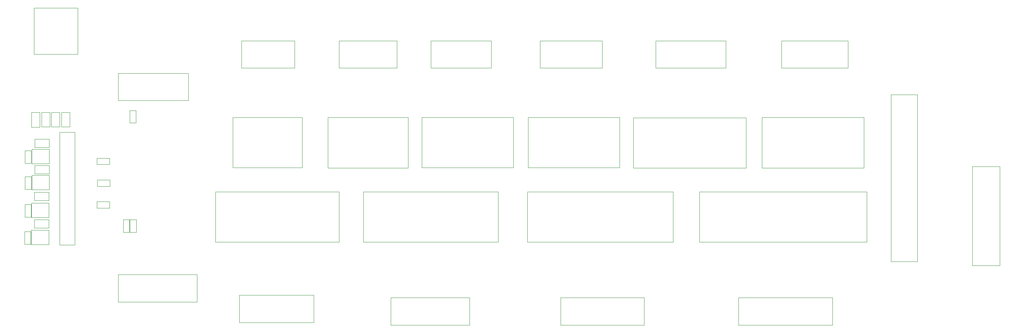
<source format=gbr>
G04 #@! TF.GenerationSoftware,KiCad,Pcbnew,8.0.3*
G04 #@! TF.CreationDate,2025-06-28T13:49:23+03:00*
G04 #@! TF.ProjectId,Camera_Expansion_Board_V2.0,43616d65-7261-45f4-9578-70616e73696f,rev?*
G04 #@! TF.SameCoordinates,Original*
G04 #@! TF.FileFunction,Other,User*
%FSLAX46Y46*%
G04 Gerber Fmt 4.6, Leading zero omitted, Abs format (unit mm)*
G04 Created by KiCad (PCBNEW 8.0.3) date 2025-06-28 13:49:23*
%MOMM*%
%LPD*%
G01*
G04 APERTURE LIST*
%ADD10C,0.050000*%
G04 APERTURE END LIST*
D10*
X32286250Y-100478750D02*
X35686250Y-100478750D01*
X32286250Y-102438750D02*
X32286250Y-100478750D01*
X35686250Y-100478750D02*
X35686250Y-102438750D01*
X35686250Y-102438750D02*
X32286250Y-102438750D01*
X31716250Y-83948750D02*
X31716250Y-87348750D01*
X31716250Y-87348750D02*
X35816250Y-87348750D01*
X35816250Y-83948750D02*
X31716250Y-83948750D01*
X35816250Y-87348750D02*
X35816250Y-83948750D01*
X47003750Y-86086250D02*
X49963750Y-86086250D01*
X47003750Y-87546250D02*
X47003750Y-86086250D01*
X49963750Y-86086250D02*
X49963750Y-87546250D01*
X49963750Y-87546250D02*
X47003750Y-87546250D01*
X172603750Y-76556250D02*
X172603750Y-88356250D01*
X172603750Y-88356250D02*
X199003750Y-88356250D01*
X199003750Y-76556250D02*
X172603750Y-76556250D01*
X199003750Y-88356250D02*
X199003750Y-76556250D01*
X197273750Y-118796250D02*
X219273750Y-118796250D01*
X219273750Y-125171250D01*
X197273750Y-125171250D01*
X197273750Y-118796250D01*
X32248750Y-50871250D02*
X32248750Y-61671250D01*
X32248750Y-61671250D02*
X42478750Y-61671250D01*
X42478750Y-50871250D02*
X32248750Y-50871250D01*
X42478750Y-61671250D02*
X42478750Y-50871250D01*
X109410000Y-93908750D02*
X109410000Y-105708750D01*
X109410000Y-105708750D02*
X140910000Y-105708750D01*
X140910000Y-93908750D02*
X109410000Y-93908750D01*
X140910000Y-105708750D02*
X140910000Y-93908750D01*
X33976250Y-75318750D02*
X35936250Y-75318750D01*
X33976250Y-78718750D02*
X33976250Y-75318750D01*
X35936250Y-75318750D02*
X35936250Y-78718750D01*
X35936250Y-78718750D02*
X33976250Y-78718750D01*
X31636250Y-96578750D02*
X31636250Y-99978750D01*
X31636250Y-99978750D02*
X35736250Y-99978750D01*
X35736250Y-96578750D02*
X31636250Y-96578750D01*
X35736250Y-99978750D02*
X35736250Y-96578750D01*
X46973750Y-96266250D02*
X49933750Y-96266250D01*
X46973750Y-97726250D02*
X46973750Y-96266250D01*
X49933750Y-96266250D02*
X49933750Y-97726250D01*
X49933750Y-97726250D02*
X46973750Y-97726250D01*
X188100000Y-93908750D02*
X188100000Y-105708750D01*
X188100000Y-105708750D02*
X227300000Y-105708750D01*
X227300000Y-93908750D02*
X188100000Y-93908750D01*
X227300000Y-105708750D02*
X227300000Y-93908750D01*
X47023750Y-91196250D02*
X49983750Y-91196250D01*
X47023750Y-92656250D02*
X47023750Y-91196250D01*
X49983750Y-91196250D02*
X49983750Y-92656250D01*
X49983750Y-92656250D02*
X47023750Y-92656250D01*
X38636250Y-75328750D02*
X40596250Y-75328750D01*
X38636250Y-78728750D02*
X38636250Y-75328750D01*
X40596250Y-75328750D02*
X40596250Y-78728750D01*
X40596250Y-78728750D02*
X38636250Y-78728750D01*
X80303750Y-118196250D02*
X97803750Y-118196250D01*
X97803750Y-124571250D01*
X80303750Y-124571250D01*
X80303750Y-118196250D01*
X232988750Y-71153750D02*
X232988750Y-110303750D01*
X232988750Y-110303750D02*
X239138750Y-110303750D01*
X239138750Y-71153750D02*
X232988750Y-71153750D01*
X239138750Y-110303750D02*
X239138750Y-71153750D01*
X32386250Y-87728750D02*
X35786250Y-87728750D01*
X32386250Y-89688750D02*
X32386250Y-87728750D01*
X35786250Y-87728750D02*
X35786250Y-89688750D01*
X35786250Y-89688750D02*
X32386250Y-89688750D01*
X38246250Y-79938750D02*
X38246250Y-106388750D01*
X38246250Y-106388750D02*
X41846250Y-106388750D01*
X41846250Y-79938750D02*
X38246250Y-79938750D01*
X41846250Y-106388750D02*
X41846250Y-79938750D01*
X147968750Y-76516250D02*
X147968750Y-88316250D01*
X147968750Y-88316250D02*
X169368750Y-88316250D01*
X169368750Y-76516250D02*
X147968750Y-76516250D01*
X169368750Y-88316250D02*
X169368750Y-76516250D01*
X194298750Y-64931250D02*
X177828750Y-64931250D01*
X177828750Y-58556250D01*
X194298750Y-58556250D01*
X194298750Y-64931250D01*
X101033750Y-76536250D02*
X101033750Y-88336250D01*
X101033750Y-88336250D02*
X119833750Y-88336250D01*
X119833750Y-76536250D02*
X101033750Y-76536250D01*
X119833750Y-88336250D02*
X119833750Y-76536250D01*
X51943750Y-113361250D02*
X70443750Y-113361250D01*
X70443750Y-119736250D01*
X51943750Y-119736250D01*
X51943750Y-113361250D01*
X78763750Y-76516250D02*
X78763750Y-88316250D01*
X78763750Y-88316250D02*
X95063750Y-88316250D01*
X95063750Y-76516250D02*
X78763750Y-76516250D01*
X95063750Y-88316250D02*
X95063750Y-76516250D01*
X31688750Y-90038750D02*
X31688750Y-93438750D01*
X31688750Y-93438750D02*
X35788750Y-93438750D01*
X35788750Y-90038750D02*
X31688750Y-90038750D01*
X35788750Y-93438750D02*
X35788750Y-90038750D01*
X147830000Y-93908750D02*
X147830000Y-105708750D01*
X147830000Y-105708750D02*
X181930000Y-105708750D01*
X181930000Y-93908750D02*
X147830000Y-93908750D01*
X181930000Y-105708750D02*
X181930000Y-93908750D01*
X32396250Y-81568750D02*
X35796250Y-81568750D01*
X32396250Y-83528750D02*
X32396250Y-81568750D01*
X35796250Y-81568750D02*
X35796250Y-83528750D01*
X35796250Y-83528750D02*
X32396250Y-83528750D01*
X202773750Y-76536250D02*
X202773750Y-88336250D01*
X202773750Y-88336250D02*
X226673750Y-88336250D01*
X226673750Y-76536250D02*
X202773750Y-76536250D01*
X226673750Y-88336250D02*
X226673750Y-76536250D01*
X222906250Y-64931250D02*
X207361250Y-64931250D01*
X207361250Y-58556250D01*
X222906250Y-58556250D01*
X222906250Y-64931250D01*
X123113750Y-76516250D02*
X123113750Y-88316250D01*
X123113750Y-88316250D02*
X144513750Y-88316250D01*
X144513750Y-76516250D02*
X123113750Y-76516250D01*
X144513750Y-88316250D02*
X144513750Y-76516250D01*
X93306250Y-64931250D02*
X80816250Y-64931250D01*
X80816250Y-58556250D01*
X93306250Y-58556250D01*
X93306250Y-64931250D01*
X68428750Y-72526250D02*
X51958750Y-72526250D01*
X51958750Y-66151250D01*
X68428750Y-66151250D01*
X68428750Y-72526250D01*
X115783750Y-118796250D02*
X134283750Y-118796250D01*
X134283750Y-125171250D01*
X115783750Y-125171250D01*
X115783750Y-118796250D01*
X74730000Y-93908750D02*
X74730000Y-105708750D01*
X74730000Y-105708750D02*
X103730000Y-105708750D01*
X103730000Y-93908750D02*
X74730000Y-93908750D01*
X103730000Y-105708750D02*
X103730000Y-93908750D01*
X30126250Y-84288750D02*
X31586250Y-84288750D01*
X30126250Y-87248750D02*
X30126250Y-84288750D01*
X31586250Y-84288750D02*
X31586250Y-87248750D01*
X31586250Y-87248750D02*
X30126250Y-87248750D01*
X155556250Y-118796250D02*
X175131250Y-118796250D01*
X175131250Y-125171250D01*
X155556250Y-125171250D01*
X155556250Y-118796250D01*
X54693750Y-74861250D02*
X56153750Y-74861250D01*
X54693750Y-77821250D02*
X54693750Y-74861250D01*
X56153750Y-74861250D02*
X56153750Y-77821250D01*
X56153750Y-77821250D02*
X54693750Y-77821250D01*
X30156250Y-90378750D02*
X31616250Y-90378750D01*
X30156250Y-93338750D02*
X30156250Y-90378750D01*
X31616250Y-90378750D02*
X31616250Y-93338750D01*
X31616250Y-93338750D02*
X30156250Y-93338750D01*
X117228750Y-64928750D02*
X103673750Y-64928750D01*
X103673750Y-58553750D01*
X117228750Y-58553750D01*
X117228750Y-64928750D01*
X53163750Y-100466250D02*
X54623750Y-100466250D01*
X53163750Y-103426250D02*
X53163750Y-100466250D01*
X54623750Y-100466250D02*
X54623750Y-103426250D01*
X54623750Y-103426250D02*
X53163750Y-103426250D01*
X30016250Y-103293750D02*
X31476250Y-103293750D01*
X30016250Y-106253750D02*
X30016250Y-103293750D01*
X31476250Y-103293750D02*
X31476250Y-106253750D01*
X31476250Y-106253750D02*
X30016250Y-106253750D01*
X31616250Y-75358750D02*
X33576250Y-75358750D01*
X31616250Y-78758750D02*
X31616250Y-75358750D01*
X33576250Y-75358750D02*
X33576250Y-78758750D01*
X33576250Y-78758750D02*
X31616250Y-78758750D01*
X139361250Y-64931250D02*
X125181250Y-64931250D01*
X125181250Y-58556250D01*
X139361250Y-58556250D01*
X139361250Y-64931250D01*
X165291250Y-64931250D02*
X150736250Y-64931250D01*
X150736250Y-58556250D01*
X165291250Y-58556250D01*
X165291250Y-64931250D01*
X252036250Y-88001250D02*
X252036250Y-111201250D01*
X252036250Y-111201250D02*
X258436250Y-111201250D01*
X258436250Y-88001250D02*
X252036250Y-88001250D01*
X258436250Y-111201250D02*
X258436250Y-88001250D01*
X30086250Y-96928750D02*
X31546250Y-96928750D01*
X30086250Y-99888750D02*
X30086250Y-96928750D01*
X31546250Y-96928750D02*
X31546250Y-99888750D01*
X31546250Y-99888750D02*
X30086250Y-99888750D01*
X32286250Y-94028750D02*
X35686250Y-94028750D01*
X32286250Y-95988750D02*
X32286250Y-94028750D01*
X35686250Y-94028750D02*
X35686250Y-95988750D01*
X35686250Y-95988750D02*
X32286250Y-95988750D01*
X54713750Y-100456250D02*
X56173750Y-100456250D01*
X54713750Y-103416250D02*
X54713750Y-100456250D01*
X56173750Y-100456250D02*
X56173750Y-103416250D01*
X56173750Y-103416250D02*
X54713750Y-103416250D01*
X31578750Y-102948750D02*
X31578750Y-106348750D01*
X31578750Y-106348750D02*
X35678750Y-106348750D01*
X35678750Y-102948750D02*
X31578750Y-102948750D01*
X35678750Y-106348750D02*
X35678750Y-102948750D01*
X36316250Y-75328750D02*
X38276250Y-75328750D01*
X36316250Y-78728750D02*
X36316250Y-75328750D01*
X38276250Y-75328750D02*
X38276250Y-78728750D01*
X38276250Y-78728750D02*
X36316250Y-78728750D01*
M02*

</source>
